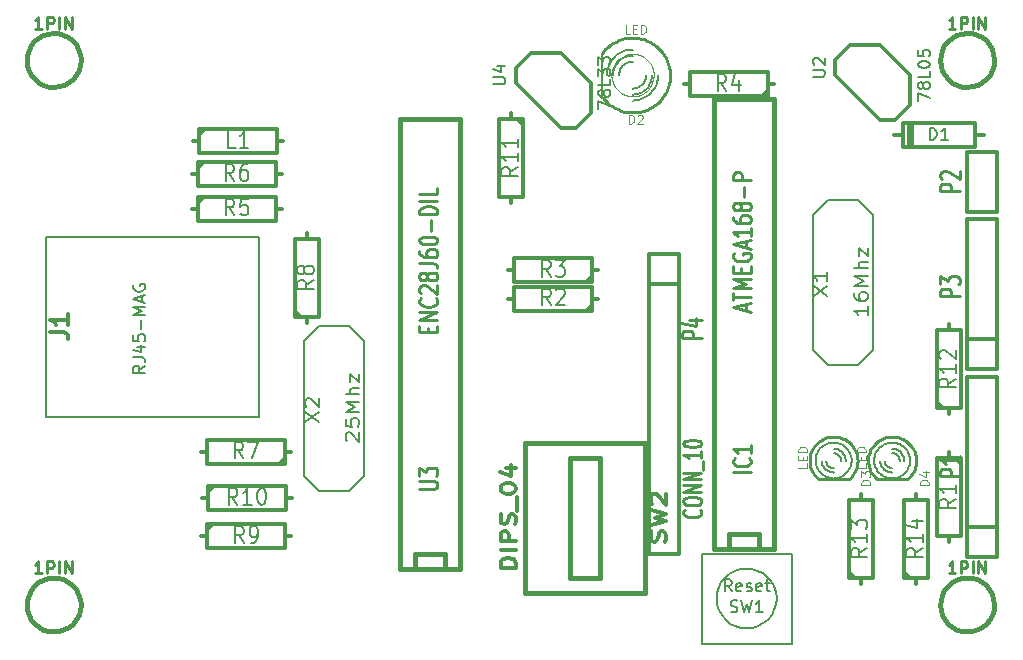
<source format=gto>
G04 (created by PCBNEW-RS274X (2011-12-21 BZR 3253)-stable) date Saturday, February 11, 2012 02:53:21 PM*
G01*
G70*
G90*
%MOIN*%
G04 Gerber Fmt 3.4, Leading zero omitted, Abs format*
%FSLAX34Y34*%
G04 APERTURE LIST*
%ADD10C,0.006000*%
%ADD11C,0.012000*%
%ADD12C,0.015000*%
%ADD13C,0.010000*%
%ADD14C,0.008000*%
%ADD15C,0.003000*%
%ADD16C,0.005000*%
%ADD17C,0.011300*%
%ADD18C,0.003500*%
%ADD19C,0.010700*%
G04 APERTURE END LIST*
G54D10*
G54D11*
X70000Y-31900D02*
X70300Y-31900D01*
X70300Y-31900D02*
X70300Y-32300D01*
X70300Y-32300D02*
X72700Y-32300D01*
X72700Y-32300D02*
X72700Y-31900D01*
X72700Y-31900D02*
X73000Y-31900D01*
X72700Y-31900D02*
X72700Y-31500D01*
X72700Y-31500D02*
X70300Y-31500D01*
X70300Y-31500D02*
X70300Y-31900D01*
X70500Y-32300D02*
X70500Y-31500D01*
X70600Y-31500D02*
X70600Y-32300D01*
G54D12*
X64000Y-45700D02*
X64000Y-30700D01*
X64000Y-30700D02*
X66000Y-30700D01*
X66000Y-30700D02*
X66000Y-45700D01*
X66000Y-45700D02*
X64000Y-45700D01*
X64500Y-45700D02*
X64500Y-45200D01*
X64500Y-45200D02*
X65500Y-45200D01*
X65500Y-45200D02*
X65500Y-45700D01*
X53550Y-46350D02*
X53550Y-31350D01*
X53550Y-31350D02*
X55550Y-31350D01*
X55550Y-31350D02*
X55550Y-46350D01*
X55550Y-46350D02*
X53550Y-46350D01*
X54050Y-46350D02*
X54050Y-45850D01*
X54050Y-45850D02*
X55050Y-45850D01*
X55050Y-45850D02*
X55050Y-46350D01*
G54D10*
X67800Y-39550D02*
X67300Y-39050D01*
X67300Y-34550D02*
X67800Y-34050D01*
X68800Y-34050D02*
X69300Y-34550D01*
X68800Y-39550D02*
X69300Y-39050D01*
X67300Y-39050D02*
X67300Y-34550D01*
X67800Y-39550D02*
X68800Y-39550D01*
X69300Y-39050D02*
X69300Y-34550D01*
X68800Y-34050D02*
X67800Y-34050D01*
X50850Y-43750D02*
X50350Y-43250D01*
X50350Y-38750D02*
X50850Y-38250D01*
X51850Y-38250D02*
X52350Y-38750D01*
X51850Y-43750D02*
X52350Y-43250D01*
X50350Y-43250D02*
X50350Y-38750D01*
X50850Y-43750D02*
X51850Y-43750D01*
X52350Y-43250D02*
X52350Y-38750D01*
X51850Y-38250D02*
X50850Y-38250D01*
G54D13*
X69450Y-43370D02*
X70450Y-43370D01*
G54D10*
X70334Y-42290D02*
X70292Y-42258D01*
X70248Y-42230D01*
X70201Y-42206D01*
X70153Y-42186D01*
X70103Y-42170D01*
X70052Y-42159D01*
X70000Y-42153D01*
X69950Y-42150D01*
X69950Y-42151D02*
X69898Y-42154D01*
X69846Y-42161D01*
X69795Y-42172D01*
X69746Y-42188D01*
X69697Y-42208D01*
X69651Y-42232D01*
X69607Y-42260D01*
X69565Y-42292D01*
X69553Y-42303D01*
X69950Y-43349D02*
X70002Y-43346D01*
X70054Y-43339D01*
X70105Y-43328D01*
X70154Y-43312D01*
X70203Y-43292D01*
X70249Y-43268D01*
X70293Y-43240D01*
X70335Y-43208D01*
X70339Y-43204D01*
X69566Y-43210D02*
X69608Y-43242D01*
X69652Y-43270D01*
X69699Y-43294D01*
X69747Y-43314D01*
X69797Y-43330D01*
X69848Y-43341D01*
X69900Y-43347D01*
X69950Y-43350D01*
X70299Y-43237D02*
X70340Y-43205D01*
X70378Y-43169D01*
X70413Y-43130D01*
X70445Y-43088D01*
X70472Y-43044D01*
X70496Y-42997D01*
X70515Y-42949D01*
X70531Y-42899D01*
X70541Y-42847D01*
X70548Y-42796D01*
X70550Y-42750D01*
X70550Y-42750D02*
X70547Y-42698D01*
X70540Y-42646D01*
X70529Y-42595D01*
X70513Y-42545D01*
X70493Y-42497D01*
X70469Y-42451D01*
X70441Y-42406D01*
X70409Y-42365D01*
X70374Y-42326D01*
X70335Y-42291D01*
X70310Y-42271D01*
X69351Y-42750D02*
X69354Y-42802D01*
X69361Y-42854D01*
X69372Y-42905D01*
X69388Y-42954D01*
X69408Y-43003D01*
X69432Y-43049D01*
X69460Y-43093D01*
X69492Y-43135D01*
X69527Y-43173D01*
X69565Y-43208D01*
X69583Y-43222D01*
X69582Y-42277D02*
X69542Y-42311D01*
X69505Y-42348D01*
X69472Y-42389D01*
X69442Y-42432D01*
X69416Y-42477D01*
X69395Y-42525D01*
X69377Y-42574D01*
X69364Y-42625D01*
X69355Y-42676D01*
X69351Y-42729D01*
X69350Y-42750D01*
X70200Y-42750D02*
X70199Y-42729D01*
X70196Y-42707D01*
X70191Y-42686D01*
X70184Y-42665D01*
X70176Y-42645D01*
X70166Y-42626D01*
X70154Y-42607D01*
X70141Y-42590D01*
X70126Y-42574D01*
X70110Y-42559D01*
X70093Y-42546D01*
X70075Y-42534D01*
X70055Y-42524D01*
X70035Y-42516D01*
X70014Y-42509D01*
X69993Y-42504D01*
X69971Y-42501D01*
X69950Y-42500D01*
X70350Y-42750D02*
X70348Y-42716D01*
X70343Y-42681D01*
X70336Y-42647D01*
X70325Y-42614D01*
X70312Y-42581D01*
X70296Y-42551D01*
X70277Y-42521D01*
X70256Y-42493D01*
X70232Y-42468D01*
X70207Y-42444D01*
X70179Y-42423D01*
X70150Y-42404D01*
X70119Y-42388D01*
X70086Y-42375D01*
X70053Y-42364D01*
X70019Y-42357D01*
X69984Y-42352D01*
X69950Y-42350D01*
X69700Y-42750D02*
X69701Y-42771D01*
X69704Y-42793D01*
X69709Y-42814D01*
X69716Y-42835D01*
X69724Y-42855D01*
X69734Y-42874D01*
X69746Y-42893D01*
X69759Y-42910D01*
X69774Y-42926D01*
X69790Y-42941D01*
X69807Y-42954D01*
X69826Y-42966D01*
X69845Y-42976D01*
X69865Y-42984D01*
X69886Y-42991D01*
X69907Y-42996D01*
X69929Y-42999D01*
X69950Y-43000D01*
X69550Y-42750D02*
X69552Y-42784D01*
X69557Y-42819D01*
X69564Y-42853D01*
X69575Y-42886D01*
X69588Y-42919D01*
X69604Y-42949D01*
X69623Y-42979D01*
X69644Y-43007D01*
X69668Y-43032D01*
X69693Y-43056D01*
X69721Y-43077D01*
X69751Y-43096D01*
X69781Y-43112D01*
X69814Y-43125D01*
X69847Y-43136D01*
X69881Y-43143D01*
X69916Y-43148D01*
X69950Y-43150D01*
G54D13*
X70463Y-43363D02*
X70514Y-43316D01*
X70561Y-43265D01*
X70604Y-43210D01*
X70642Y-43151D01*
X70674Y-43089D01*
X70701Y-43024D01*
X70722Y-42958D01*
X70737Y-42890D01*
X70746Y-42821D01*
X70749Y-42751D01*
X70750Y-42750D01*
X70749Y-42750D02*
X70745Y-42681D01*
X70736Y-42612D01*
X70721Y-42544D01*
X70700Y-42477D01*
X70674Y-42413D01*
X70641Y-42351D01*
X70604Y-42292D01*
X70562Y-42237D01*
X70514Y-42186D01*
X70463Y-42138D01*
X70408Y-42096D01*
X70349Y-42059D01*
X70326Y-42046D01*
X69153Y-42751D02*
X69156Y-42820D01*
X69165Y-42889D01*
X69180Y-42957D01*
X69201Y-43024D01*
X69228Y-43088D01*
X69260Y-43150D01*
X69298Y-43208D01*
X69340Y-43264D01*
X69387Y-43315D01*
X69435Y-43359D01*
X69553Y-42056D02*
X69494Y-42094D01*
X69438Y-42136D01*
X69387Y-42183D01*
X69339Y-42234D01*
X69297Y-42289D01*
X69259Y-42348D01*
X69227Y-42410D01*
X69200Y-42474D01*
X69178Y-42541D01*
X69163Y-42609D01*
X69154Y-42678D01*
X69151Y-42748D01*
X69150Y-42750D01*
X70329Y-42046D02*
X70266Y-42016D01*
X70201Y-41991D01*
X70134Y-41972D01*
X70065Y-41959D01*
X69996Y-41952D01*
X69950Y-41950D01*
X69950Y-41951D02*
X69881Y-41955D01*
X69812Y-41964D01*
X69744Y-41979D01*
X69677Y-42000D01*
X69613Y-42026D01*
X69551Y-42059D01*
X69532Y-42070D01*
X67500Y-43370D02*
X68500Y-43370D01*
G54D10*
X68384Y-42290D02*
X68342Y-42258D01*
X68298Y-42230D01*
X68251Y-42206D01*
X68203Y-42186D01*
X68153Y-42170D01*
X68102Y-42159D01*
X68050Y-42153D01*
X68000Y-42150D01*
X68000Y-42151D02*
X67948Y-42154D01*
X67896Y-42161D01*
X67845Y-42172D01*
X67796Y-42188D01*
X67747Y-42208D01*
X67701Y-42232D01*
X67657Y-42260D01*
X67615Y-42292D01*
X67603Y-42303D01*
X68000Y-43349D02*
X68052Y-43346D01*
X68104Y-43339D01*
X68155Y-43328D01*
X68204Y-43312D01*
X68253Y-43292D01*
X68299Y-43268D01*
X68343Y-43240D01*
X68385Y-43208D01*
X68389Y-43204D01*
X67616Y-43210D02*
X67658Y-43242D01*
X67702Y-43270D01*
X67749Y-43294D01*
X67797Y-43314D01*
X67847Y-43330D01*
X67898Y-43341D01*
X67950Y-43347D01*
X68000Y-43350D01*
X68349Y-43237D02*
X68390Y-43205D01*
X68428Y-43169D01*
X68463Y-43130D01*
X68495Y-43088D01*
X68522Y-43044D01*
X68546Y-42997D01*
X68565Y-42949D01*
X68581Y-42899D01*
X68591Y-42847D01*
X68598Y-42796D01*
X68600Y-42750D01*
X68600Y-42750D02*
X68597Y-42698D01*
X68590Y-42646D01*
X68579Y-42595D01*
X68563Y-42545D01*
X68543Y-42497D01*
X68519Y-42451D01*
X68491Y-42406D01*
X68459Y-42365D01*
X68424Y-42326D01*
X68385Y-42291D01*
X68360Y-42271D01*
X67401Y-42750D02*
X67404Y-42802D01*
X67411Y-42854D01*
X67422Y-42905D01*
X67438Y-42954D01*
X67458Y-43003D01*
X67482Y-43049D01*
X67510Y-43093D01*
X67542Y-43135D01*
X67577Y-43173D01*
X67615Y-43208D01*
X67633Y-43222D01*
X67632Y-42277D02*
X67592Y-42311D01*
X67555Y-42348D01*
X67522Y-42389D01*
X67492Y-42432D01*
X67466Y-42477D01*
X67445Y-42525D01*
X67427Y-42574D01*
X67414Y-42625D01*
X67405Y-42676D01*
X67401Y-42729D01*
X67400Y-42750D01*
X68250Y-42750D02*
X68249Y-42729D01*
X68246Y-42707D01*
X68241Y-42686D01*
X68234Y-42665D01*
X68226Y-42645D01*
X68216Y-42626D01*
X68204Y-42607D01*
X68191Y-42590D01*
X68176Y-42574D01*
X68160Y-42559D01*
X68143Y-42546D01*
X68125Y-42534D01*
X68105Y-42524D01*
X68085Y-42516D01*
X68064Y-42509D01*
X68043Y-42504D01*
X68021Y-42501D01*
X68000Y-42500D01*
X68400Y-42750D02*
X68398Y-42716D01*
X68393Y-42681D01*
X68386Y-42647D01*
X68375Y-42614D01*
X68362Y-42581D01*
X68346Y-42551D01*
X68327Y-42521D01*
X68306Y-42493D01*
X68282Y-42468D01*
X68257Y-42444D01*
X68229Y-42423D01*
X68200Y-42404D01*
X68169Y-42388D01*
X68136Y-42375D01*
X68103Y-42364D01*
X68069Y-42357D01*
X68034Y-42352D01*
X68000Y-42350D01*
X67750Y-42750D02*
X67751Y-42771D01*
X67754Y-42793D01*
X67759Y-42814D01*
X67766Y-42835D01*
X67774Y-42855D01*
X67784Y-42874D01*
X67796Y-42893D01*
X67809Y-42910D01*
X67824Y-42926D01*
X67840Y-42941D01*
X67857Y-42954D01*
X67876Y-42966D01*
X67895Y-42976D01*
X67915Y-42984D01*
X67936Y-42991D01*
X67957Y-42996D01*
X67979Y-42999D01*
X68000Y-43000D01*
X67600Y-42750D02*
X67602Y-42784D01*
X67607Y-42819D01*
X67614Y-42853D01*
X67625Y-42886D01*
X67638Y-42919D01*
X67654Y-42949D01*
X67673Y-42979D01*
X67694Y-43007D01*
X67718Y-43032D01*
X67743Y-43056D01*
X67771Y-43077D01*
X67801Y-43096D01*
X67831Y-43112D01*
X67864Y-43125D01*
X67897Y-43136D01*
X67931Y-43143D01*
X67966Y-43148D01*
X68000Y-43150D01*
G54D13*
X68513Y-43363D02*
X68564Y-43316D01*
X68611Y-43265D01*
X68654Y-43210D01*
X68692Y-43151D01*
X68724Y-43089D01*
X68751Y-43024D01*
X68772Y-42958D01*
X68787Y-42890D01*
X68796Y-42821D01*
X68799Y-42751D01*
X68800Y-42750D01*
X68799Y-42750D02*
X68795Y-42681D01*
X68786Y-42612D01*
X68771Y-42544D01*
X68750Y-42477D01*
X68724Y-42413D01*
X68691Y-42351D01*
X68654Y-42292D01*
X68612Y-42237D01*
X68564Y-42186D01*
X68513Y-42138D01*
X68458Y-42096D01*
X68399Y-42059D01*
X68376Y-42046D01*
X67203Y-42751D02*
X67206Y-42820D01*
X67215Y-42889D01*
X67230Y-42957D01*
X67251Y-43024D01*
X67278Y-43088D01*
X67310Y-43150D01*
X67348Y-43208D01*
X67390Y-43264D01*
X67437Y-43315D01*
X67485Y-43359D01*
X67603Y-42056D02*
X67544Y-42094D01*
X67488Y-42136D01*
X67437Y-42183D01*
X67389Y-42234D01*
X67347Y-42289D01*
X67309Y-42348D01*
X67277Y-42410D01*
X67250Y-42474D01*
X67228Y-42541D01*
X67213Y-42609D01*
X67204Y-42678D01*
X67201Y-42748D01*
X67200Y-42750D01*
X68379Y-42046D02*
X68316Y-42016D01*
X68251Y-41991D01*
X68184Y-41972D01*
X68115Y-41959D01*
X68046Y-41952D01*
X68000Y-41950D01*
X68000Y-41951D02*
X67931Y-41955D01*
X67862Y-41964D01*
X67794Y-41979D01*
X67727Y-42000D01*
X67663Y-42026D01*
X67601Y-42059D01*
X67582Y-42070D01*
G54D14*
X60280Y-29150D02*
X60280Y-30650D01*
G54D15*
X62007Y-29900D02*
X61993Y-30037D01*
X61953Y-30169D01*
X61888Y-30291D01*
X61801Y-30398D01*
X61695Y-30486D01*
X61573Y-30551D01*
X61442Y-30592D01*
X61304Y-30606D01*
X61168Y-30594D01*
X61036Y-30555D01*
X60913Y-30491D01*
X60806Y-30405D01*
X60717Y-30299D01*
X60651Y-30178D01*
X60609Y-30046D01*
X60594Y-29909D01*
X60605Y-29773D01*
X60643Y-29640D01*
X60706Y-29518D01*
X60792Y-29409D01*
X60897Y-29320D01*
X61017Y-29253D01*
X61149Y-29210D01*
X61286Y-29194D01*
X61422Y-29204D01*
X61555Y-29241D01*
X61678Y-29304D01*
X61787Y-29389D01*
X61877Y-29493D01*
X61945Y-29613D01*
X61989Y-29744D01*
X62006Y-29881D01*
X62007Y-29900D01*
G54D13*
X60301Y-30650D02*
X60370Y-30734D01*
X60446Y-30812D01*
X60529Y-30883D01*
X60618Y-30947D01*
X60712Y-31002D01*
X60810Y-31049D01*
X60912Y-31088D01*
X61017Y-31117D01*
X61124Y-31137D01*
X61233Y-31148D01*
X61341Y-31149D01*
X61450Y-31140D01*
X61557Y-31123D01*
X61663Y-31096D01*
X61766Y-31059D01*
X61865Y-31014D01*
X61960Y-30961D01*
X62050Y-30899D01*
X62134Y-30830D01*
X62212Y-30754D01*
X62283Y-30671D01*
X62347Y-30582D01*
X62402Y-30488D01*
X62449Y-30390D01*
X62488Y-30288D01*
X62517Y-30183D01*
X62537Y-30076D01*
X62548Y-29967D01*
X62549Y-29859D01*
X62540Y-29750D01*
X62523Y-29643D01*
X62496Y-29537D01*
X62459Y-29434D01*
X62414Y-29335D01*
X62361Y-29240D01*
X62299Y-29150D01*
X62230Y-29066D01*
X62154Y-28988D01*
X62071Y-28917D01*
X61982Y-28853D01*
X61888Y-28798D01*
X61790Y-28751D01*
X61688Y-28712D01*
X61583Y-28683D01*
X61476Y-28663D01*
X61367Y-28652D01*
X61259Y-28651D01*
X61150Y-28660D01*
X61043Y-28677D01*
X60937Y-28704D01*
X60834Y-28741D01*
X60735Y-28786D01*
X60640Y-28839D01*
X60550Y-28901D01*
X60466Y-28970D01*
X60388Y-29046D01*
X60317Y-29129D01*
X60301Y-29150D01*
G54D10*
X61300Y-30350D02*
X61339Y-30348D01*
X61378Y-30343D01*
X61416Y-30334D01*
X61453Y-30322D01*
X61490Y-30307D01*
X61525Y-30289D01*
X61558Y-30268D01*
X61589Y-30244D01*
X61618Y-30218D01*
X61644Y-30189D01*
X61668Y-30158D01*
X61689Y-30124D01*
X61707Y-30090D01*
X61722Y-30053D01*
X61734Y-30016D01*
X61743Y-29978D01*
X61748Y-29939D01*
X61750Y-29900D01*
X61300Y-29450D02*
X61261Y-29452D01*
X61222Y-29457D01*
X61184Y-29466D01*
X61147Y-29478D01*
X61110Y-29493D01*
X61076Y-29511D01*
X61042Y-29532D01*
X61011Y-29556D01*
X60982Y-29582D01*
X60956Y-29611D01*
X60932Y-29642D01*
X60911Y-29676D01*
X60893Y-29710D01*
X60878Y-29747D01*
X60866Y-29784D01*
X60857Y-29822D01*
X60852Y-29861D01*
X60850Y-29900D01*
X61300Y-30550D02*
X61356Y-30547D01*
X61412Y-30540D01*
X61468Y-30527D01*
X61522Y-30510D01*
X61574Y-30489D01*
X61625Y-30462D01*
X61672Y-30432D01*
X61717Y-30397D01*
X61759Y-30359D01*
X61797Y-30317D01*
X61832Y-30272D01*
X61862Y-30224D01*
X61889Y-30174D01*
X61910Y-30122D01*
X61927Y-30068D01*
X61940Y-30012D01*
X61947Y-29956D01*
X61950Y-29900D01*
X61300Y-29250D02*
X61244Y-29253D01*
X61188Y-29260D01*
X61132Y-29273D01*
X61078Y-29290D01*
X61026Y-29311D01*
X60976Y-29338D01*
X60928Y-29368D01*
X60883Y-29403D01*
X60841Y-29441D01*
X60803Y-29483D01*
X60768Y-29528D01*
X60738Y-29576D01*
X60711Y-29626D01*
X60690Y-29678D01*
X60673Y-29732D01*
X60660Y-29788D01*
X60653Y-29844D01*
X60650Y-29900D01*
X61300Y-30750D02*
X61374Y-30746D01*
X61447Y-30737D01*
X61519Y-30721D01*
X61590Y-30698D01*
X61659Y-30670D01*
X61725Y-30636D01*
X61787Y-30596D01*
X61846Y-30551D01*
X61901Y-30501D01*
X61951Y-30446D01*
X61996Y-30387D01*
X62036Y-30324D01*
X62070Y-30259D01*
X62098Y-30190D01*
X62121Y-30119D01*
X62137Y-30047D01*
X62146Y-29974D01*
X62150Y-29900D01*
X61300Y-29050D02*
X61226Y-29054D01*
X61153Y-29063D01*
X61081Y-29079D01*
X61010Y-29102D01*
X60941Y-29130D01*
X60876Y-29164D01*
X60813Y-29204D01*
X60754Y-29249D01*
X60699Y-29299D01*
X60649Y-29354D01*
X60604Y-29413D01*
X60564Y-29476D01*
X60530Y-29541D01*
X60502Y-29610D01*
X60479Y-29681D01*
X60463Y-29753D01*
X60454Y-29826D01*
X60450Y-29900D01*
G54D11*
X57400Y-30150D02*
X58900Y-31650D01*
X58900Y-31650D02*
X59400Y-31650D01*
X59400Y-31650D02*
X59900Y-31150D01*
X59900Y-31150D02*
X59900Y-30150D01*
X59900Y-30150D02*
X58900Y-29150D01*
X58900Y-29150D02*
X57900Y-29150D01*
X57900Y-29150D02*
X57400Y-29650D01*
X57400Y-29650D02*
X57400Y-30150D01*
X68050Y-29900D02*
X69550Y-31400D01*
X69550Y-31400D02*
X70050Y-31400D01*
X70050Y-31400D02*
X70550Y-30900D01*
X70550Y-30900D02*
X70550Y-29900D01*
X70550Y-29900D02*
X69550Y-28900D01*
X69550Y-28900D02*
X68550Y-28900D01*
X68550Y-28900D02*
X68050Y-29400D01*
X68050Y-29400D02*
X68050Y-29900D01*
X71850Y-41200D02*
X71850Y-41000D01*
X71850Y-38200D02*
X71850Y-38400D01*
X71850Y-38400D02*
X71450Y-38400D01*
X71450Y-38400D02*
X71450Y-41000D01*
X71450Y-41000D02*
X72250Y-41000D01*
X72250Y-41000D02*
X72250Y-38400D01*
X72250Y-38400D02*
X71850Y-38400D01*
X71650Y-41000D02*
X71450Y-40800D01*
X57250Y-31150D02*
X57250Y-31350D01*
X57250Y-34150D02*
X57250Y-33950D01*
X57250Y-33950D02*
X57650Y-33950D01*
X57650Y-33950D02*
X57650Y-31350D01*
X57650Y-31350D02*
X56850Y-31350D01*
X56850Y-31350D02*
X56850Y-33950D01*
X56850Y-33950D02*
X57250Y-33950D01*
X57450Y-31350D02*
X57650Y-31550D01*
X68900Y-46850D02*
X68900Y-46650D01*
X68900Y-43850D02*
X68900Y-44050D01*
X68900Y-44050D02*
X68500Y-44050D01*
X68500Y-44050D02*
X68500Y-46650D01*
X68500Y-46650D02*
X69300Y-46650D01*
X69300Y-46650D02*
X69300Y-44050D01*
X69300Y-44050D02*
X68900Y-44050D01*
X68700Y-46650D02*
X68500Y-46450D01*
X46925Y-45275D02*
X47125Y-45275D01*
X49925Y-45275D02*
X49725Y-45275D01*
X49725Y-45275D02*
X49725Y-44875D01*
X49725Y-44875D02*
X47125Y-44875D01*
X47125Y-44875D02*
X47125Y-45675D01*
X47125Y-45675D02*
X49725Y-45675D01*
X49725Y-45675D02*
X49725Y-45275D01*
X47125Y-45075D02*
X47325Y-44875D01*
X50450Y-38150D02*
X50450Y-37950D01*
X50450Y-35150D02*
X50450Y-35350D01*
X50450Y-35350D02*
X50050Y-35350D01*
X50050Y-35350D02*
X50050Y-37950D01*
X50050Y-37950D02*
X50850Y-37950D01*
X50850Y-37950D02*
X50850Y-35350D01*
X50850Y-35350D02*
X50450Y-35350D01*
X50250Y-37950D02*
X50050Y-37750D01*
X70750Y-46850D02*
X70750Y-46650D01*
X70750Y-43850D02*
X70750Y-44050D01*
X70750Y-44050D02*
X70350Y-44050D01*
X70350Y-44050D02*
X70350Y-46650D01*
X70350Y-46650D02*
X71150Y-46650D01*
X71150Y-46650D02*
X71150Y-44050D01*
X71150Y-44050D02*
X70750Y-44050D01*
X70550Y-46650D02*
X70350Y-46450D01*
X46600Y-33200D02*
X46800Y-33200D01*
X49600Y-33200D02*
X49400Y-33200D01*
X49400Y-33200D02*
X49400Y-32800D01*
X49400Y-32800D02*
X46800Y-32800D01*
X46800Y-32800D02*
X46800Y-33600D01*
X46800Y-33600D02*
X49400Y-33600D01*
X49400Y-33600D02*
X49400Y-33200D01*
X46800Y-33000D02*
X47000Y-32800D01*
X46600Y-34350D02*
X46800Y-34350D01*
X49600Y-34350D02*
X49400Y-34350D01*
X49400Y-34350D02*
X49400Y-33950D01*
X49400Y-33950D02*
X46800Y-33950D01*
X46800Y-33950D02*
X46800Y-34750D01*
X46800Y-34750D02*
X49400Y-34750D01*
X49400Y-34750D02*
X49400Y-34350D01*
X46800Y-34150D02*
X47000Y-33950D01*
X66000Y-30200D02*
X65800Y-30200D01*
X63000Y-30200D02*
X63200Y-30200D01*
X63200Y-30200D02*
X63200Y-30600D01*
X63200Y-30600D02*
X65800Y-30600D01*
X65800Y-30600D02*
X65800Y-29800D01*
X65800Y-29800D02*
X63200Y-29800D01*
X63200Y-29800D02*
X63200Y-30200D01*
X65800Y-30400D02*
X65600Y-30600D01*
X60150Y-36400D02*
X59950Y-36400D01*
X57150Y-36400D02*
X57350Y-36400D01*
X57350Y-36400D02*
X57350Y-36800D01*
X57350Y-36800D02*
X59950Y-36800D01*
X59950Y-36800D02*
X59950Y-36000D01*
X59950Y-36000D02*
X57350Y-36000D01*
X57350Y-36000D02*
X57350Y-36400D01*
X59950Y-36600D02*
X59750Y-36800D01*
X60150Y-37350D02*
X59950Y-37350D01*
X57150Y-37350D02*
X57350Y-37350D01*
X57350Y-37350D02*
X57350Y-37750D01*
X57350Y-37750D02*
X59950Y-37750D01*
X59950Y-37750D02*
X59950Y-36950D01*
X59950Y-36950D02*
X57350Y-36950D01*
X57350Y-36950D02*
X57350Y-37350D01*
X59950Y-37550D02*
X59750Y-37750D01*
X71850Y-42450D02*
X71850Y-42650D01*
X71850Y-45450D02*
X71850Y-45250D01*
X71850Y-45250D02*
X72250Y-45250D01*
X72250Y-45250D02*
X72250Y-42650D01*
X72250Y-42650D02*
X71450Y-42650D01*
X71450Y-42650D02*
X71450Y-45250D01*
X71450Y-45250D02*
X71850Y-45250D01*
X72050Y-42650D02*
X72250Y-42850D01*
X49900Y-42450D02*
X49700Y-42450D01*
X46900Y-42450D02*
X47100Y-42450D01*
X47100Y-42450D02*
X47100Y-42850D01*
X47100Y-42850D02*
X49700Y-42850D01*
X49700Y-42850D02*
X49700Y-42050D01*
X49700Y-42050D02*
X47100Y-42050D01*
X47100Y-42050D02*
X47100Y-42450D01*
X49700Y-42650D02*
X49500Y-42850D01*
X46950Y-44000D02*
X47150Y-44000D01*
X49950Y-44000D02*
X49750Y-44000D01*
X49750Y-44000D02*
X49750Y-43600D01*
X49750Y-43600D02*
X47150Y-43600D01*
X47150Y-43600D02*
X47150Y-44400D01*
X47150Y-44400D02*
X49750Y-44400D01*
X49750Y-44400D02*
X49750Y-44000D01*
X47150Y-43800D02*
X47350Y-43600D01*
X46650Y-32100D02*
X46850Y-32100D01*
X49650Y-32100D02*
X49450Y-32100D01*
X49450Y-32100D02*
X49450Y-31700D01*
X49450Y-31700D02*
X46850Y-31700D01*
X46850Y-31700D02*
X46850Y-32500D01*
X46850Y-32500D02*
X49450Y-32500D01*
X49450Y-32500D02*
X49450Y-32100D01*
X46850Y-31900D02*
X47050Y-31700D01*
X61850Y-35850D02*
X62850Y-35850D01*
X62850Y-35850D02*
X62850Y-45850D01*
X62850Y-45850D02*
X61850Y-45850D01*
X61850Y-45850D02*
X61850Y-35850D01*
X61850Y-36850D02*
X62850Y-36850D01*
X73450Y-34450D02*
X72450Y-34450D01*
X72450Y-34450D02*
X72450Y-32450D01*
X72450Y-32450D02*
X73450Y-32450D01*
X73450Y-32450D02*
X73450Y-34450D01*
X73450Y-39700D02*
X72450Y-39700D01*
X72450Y-39700D02*
X72450Y-34700D01*
X72450Y-34700D02*
X73450Y-34700D01*
X73450Y-34700D02*
X73450Y-39700D01*
X73450Y-38700D02*
X72450Y-38700D01*
X73450Y-45950D02*
X72450Y-45950D01*
X72450Y-45950D02*
X72450Y-39950D01*
X72450Y-39950D02*
X73450Y-39950D01*
X73450Y-39950D02*
X73450Y-45950D01*
X73450Y-44950D02*
X72450Y-44950D01*
G54D12*
X59200Y-42650D02*
X60200Y-42650D01*
X60200Y-42650D02*
X60200Y-46650D01*
X60200Y-46650D02*
X59200Y-46650D01*
X59200Y-46650D02*
X59200Y-42650D01*
X61700Y-47150D02*
X57700Y-47150D01*
X57700Y-47150D02*
X57700Y-42150D01*
X57700Y-42150D02*
X61700Y-42150D01*
X61700Y-42150D02*
X61700Y-47150D01*
X73350Y-29400D02*
X73332Y-29574D01*
X73282Y-29742D01*
X73199Y-29898D01*
X73088Y-30034D01*
X72953Y-30146D01*
X72798Y-30229D01*
X72630Y-30281D01*
X72456Y-30299D01*
X72282Y-30284D01*
X72113Y-30234D01*
X71958Y-30153D01*
X71821Y-30043D01*
X71708Y-29908D01*
X71623Y-29754D01*
X71570Y-29587D01*
X71551Y-29412D01*
X71565Y-29238D01*
X71614Y-29069D01*
X71694Y-28913D01*
X71803Y-28775D01*
X71937Y-28661D01*
X72090Y-28576D01*
X72257Y-28521D01*
X72432Y-28501D01*
X72606Y-28514D01*
X72775Y-28561D01*
X72932Y-28641D01*
X73070Y-28749D01*
X73185Y-28882D01*
X73272Y-29034D01*
X73327Y-29201D01*
X73349Y-29375D01*
X73350Y-29400D01*
X73350Y-47550D02*
X73332Y-47724D01*
X73282Y-47892D01*
X73199Y-48048D01*
X73088Y-48184D01*
X72953Y-48296D01*
X72798Y-48379D01*
X72630Y-48431D01*
X72456Y-48449D01*
X72282Y-48434D01*
X72113Y-48384D01*
X71958Y-48303D01*
X71821Y-48193D01*
X71708Y-48058D01*
X71623Y-47904D01*
X71570Y-47737D01*
X71551Y-47562D01*
X71565Y-47388D01*
X71614Y-47219D01*
X71694Y-47063D01*
X71803Y-46925D01*
X71937Y-46811D01*
X72090Y-46726D01*
X72257Y-46671D01*
X72432Y-46651D01*
X72606Y-46664D01*
X72775Y-46711D01*
X72932Y-46791D01*
X73070Y-46899D01*
X73185Y-47032D01*
X73272Y-47184D01*
X73327Y-47351D01*
X73349Y-47525D01*
X73350Y-47550D01*
X42900Y-47550D02*
X42882Y-47724D01*
X42832Y-47892D01*
X42749Y-48048D01*
X42638Y-48184D01*
X42503Y-48296D01*
X42348Y-48379D01*
X42180Y-48431D01*
X42006Y-48449D01*
X41832Y-48434D01*
X41663Y-48384D01*
X41508Y-48303D01*
X41371Y-48193D01*
X41258Y-48058D01*
X41173Y-47904D01*
X41120Y-47737D01*
X41101Y-47562D01*
X41115Y-47388D01*
X41164Y-47219D01*
X41244Y-47063D01*
X41353Y-46925D01*
X41487Y-46811D01*
X41640Y-46726D01*
X41807Y-46671D01*
X41982Y-46651D01*
X42156Y-46664D01*
X42325Y-46711D01*
X42482Y-46791D01*
X42620Y-46899D01*
X42735Y-47032D01*
X42822Y-47184D01*
X42877Y-47351D01*
X42899Y-47525D01*
X42900Y-47550D01*
X42900Y-29400D02*
X42882Y-29574D01*
X42832Y-29742D01*
X42749Y-29898D01*
X42638Y-30034D01*
X42503Y-30146D01*
X42348Y-30229D01*
X42180Y-30281D01*
X42006Y-30299D01*
X41832Y-30284D01*
X41663Y-30234D01*
X41508Y-30153D01*
X41371Y-30043D01*
X41258Y-29908D01*
X41173Y-29754D01*
X41120Y-29587D01*
X41101Y-29412D01*
X41115Y-29238D01*
X41164Y-29069D01*
X41244Y-28913D01*
X41353Y-28775D01*
X41487Y-28661D01*
X41640Y-28576D01*
X41807Y-28521D01*
X41982Y-28501D01*
X42156Y-28514D01*
X42325Y-28561D01*
X42482Y-28641D01*
X42620Y-28749D01*
X42735Y-28882D01*
X42822Y-29034D01*
X42877Y-29201D01*
X42899Y-29375D01*
X42900Y-29400D01*
G54D16*
X66100Y-47350D02*
X66080Y-47544D01*
X66024Y-47731D01*
X65932Y-47903D01*
X65809Y-48054D01*
X65659Y-48179D01*
X65487Y-48271D01*
X65301Y-48329D01*
X65106Y-48349D01*
X64913Y-48332D01*
X64726Y-48277D01*
X64553Y-48186D01*
X64401Y-48064D01*
X64275Y-47914D01*
X64181Y-47743D01*
X64122Y-47557D01*
X64101Y-47363D01*
X64117Y-47170D01*
X64171Y-46982D01*
X64260Y-46809D01*
X64381Y-46656D01*
X64530Y-46529D01*
X64700Y-46434D01*
X64886Y-46374D01*
X65080Y-46351D01*
X65273Y-46366D01*
X65461Y-46418D01*
X65635Y-46506D01*
X65789Y-46626D01*
X65917Y-46774D01*
X66013Y-46944D01*
X66075Y-47129D01*
X66099Y-47323D01*
X66100Y-47350D01*
X66600Y-48850D02*
X63600Y-48850D01*
X63600Y-48850D02*
X63600Y-45850D01*
X63600Y-45850D02*
X66600Y-45850D01*
X66600Y-48850D02*
X66600Y-45850D01*
X41750Y-35300D02*
X41750Y-41300D01*
X41750Y-41300D02*
X48850Y-41300D01*
X48850Y-41300D02*
X48850Y-35300D01*
X48850Y-35300D02*
X41750Y-35300D01*
G54D14*
X71205Y-32062D02*
X71205Y-31662D01*
X71300Y-31662D01*
X71358Y-31681D01*
X71396Y-31719D01*
X71415Y-31757D01*
X71434Y-31833D01*
X71434Y-31890D01*
X71415Y-31967D01*
X71396Y-32005D01*
X71358Y-32043D01*
X71300Y-32062D01*
X71205Y-32062D01*
X71815Y-32062D02*
X71586Y-32062D01*
X71700Y-32062D02*
X71700Y-31662D01*
X71662Y-31719D01*
X71624Y-31757D01*
X71586Y-31776D01*
G54D17*
X65243Y-43139D02*
X64643Y-43139D01*
X65186Y-42668D02*
X65214Y-42689D01*
X65243Y-42753D01*
X65243Y-42796D01*
X65214Y-42861D01*
X65157Y-42903D01*
X65100Y-42925D01*
X64986Y-42946D01*
X64900Y-42946D01*
X64786Y-42925D01*
X64729Y-42903D01*
X64671Y-42861D01*
X64643Y-42796D01*
X64643Y-42753D01*
X64671Y-42689D01*
X64700Y-42668D01*
X65243Y-42239D02*
X65243Y-42496D01*
X65243Y-42368D02*
X64643Y-42368D01*
X64729Y-42411D01*
X64786Y-42453D01*
X64814Y-42496D01*
X65071Y-37754D02*
X65071Y-37540D01*
X65243Y-37797D02*
X64643Y-37647D01*
X65243Y-37497D01*
X64643Y-37411D02*
X64643Y-37154D01*
X65243Y-37283D02*
X64643Y-37283D01*
X65243Y-37004D02*
X64643Y-37004D01*
X65071Y-36854D01*
X64643Y-36704D01*
X65243Y-36704D01*
X64929Y-36490D02*
X64929Y-36340D01*
X65243Y-36276D02*
X65243Y-36490D01*
X64643Y-36490D01*
X64643Y-36276D01*
X64671Y-35847D02*
X64643Y-35890D01*
X64643Y-35954D01*
X64671Y-36019D01*
X64729Y-36061D01*
X64786Y-36083D01*
X64900Y-36104D01*
X64986Y-36104D01*
X65100Y-36083D01*
X65157Y-36061D01*
X65214Y-36019D01*
X65243Y-35954D01*
X65243Y-35911D01*
X65214Y-35847D01*
X65186Y-35826D01*
X64986Y-35826D01*
X64986Y-35911D01*
X65071Y-35654D02*
X65071Y-35440D01*
X65243Y-35697D02*
X64643Y-35547D01*
X65243Y-35397D01*
X65243Y-35011D02*
X65243Y-35268D01*
X65243Y-35140D02*
X64643Y-35140D01*
X64729Y-35183D01*
X64786Y-35225D01*
X64814Y-35268D01*
X64643Y-34625D02*
X64643Y-34711D01*
X64671Y-34754D01*
X64700Y-34775D01*
X64786Y-34818D01*
X64900Y-34839D01*
X65129Y-34839D01*
X65186Y-34818D01*
X65214Y-34796D01*
X65243Y-34754D01*
X65243Y-34668D01*
X65214Y-34625D01*
X65186Y-34604D01*
X65129Y-34582D01*
X64986Y-34582D01*
X64929Y-34604D01*
X64900Y-34625D01*
X64871Y-34668D01*
X64871Y-34754D01*
X64900Y-34796D01*
X64929Y-34818D01*
X64986Y-34839D01*
X64900Y-34325D02*
X64871Y-34367D01*
X64843Y-34389D01*
X64786Y-34410D01*
X64757Y-34410D01*
X64700Y-34389D01*
X64671Y-34367D01*
X64643Y-34325D01*
X64643Y-34239D01*
X64671Y-34196D01*
X64700Y-34175D01*
X64757Y-34153D01*
X64786Y-34153D01*
X64843Y-34175D01*
X64871Y-34196D01*
X64900Y-34239D01*
X64900Y-34325D01*
X64929Y-34367D01*
X64957Y-34389D01*
X65014Y-34410D01*
X65129Y-34410D01*
X65186Y-34389D01*
X65214Y-34367D01*
X65243Y-34325D01*
X65243Y-34239D01*
X65214Y-34196D01*
X65186Y-34175D01*
X65129Y-34153D01*
X65014Y-34153D01*
X64957Y-34175D01*
X64929Y-34196D01*
X64900Y-34239D01*
X65014Y-33960D02*
X65014Y-33617D01*
X65243Y-33403D02*
X64643Y-33403D01*
X64643Y-33231D01*
X64671Y-33189D01*
X64700Y-33167D01*
X64757Y-33146D01*
X64843Y-33146D01*
X64900Y-33167D01*
X64929Y-33189D01*
X64957Y-33231D01*
X64957Y-33403D01*
X54193Y-43693D02*
X54679Y-43693D01*
X54736Y-43671D01*
X54764Y-43650D01*
X54793Y-43607D01*
X54793Y-43521D01*
X54764Y-43479D01*
X54736Y-43457D01*
X54679Y-43436D01*
X54193Y-43436D01*
X54193Y-43265D02*
X54193Y-42986D01*
X54421Y-43136D01*
X54421Y-43072D01*
X54450Y-43029D01*
X54479Y-43008D01*
X54536Y-42986D01*
X54679Y-42986D01*
X54736Y-43008D01*
X54764Y-43029D01*
X54793Y-43072D01*
X54793Y-43200D01*
X54764Y-43243D01*
X54736Y-43265D01*
X54479Y-38479D02*
X54479Y-38329D01*
X54793Y-38265D02*
X54793Y-38479D01*
X54193Y-38479D01*
X54193Y-38265D01*
X54793Y-38072D02*
X54193Y-38072D01*
X54793Y-37815D01*
X54193Y-37815D01*
X54736Y-37344D02*
X54764Y-37365D01*
X54793Y-37429D01*
X54793Y-37472D01*
X54764Y-37537D01*
X54707Y-37579D01*
X54650Y-37601D01*
X54536Y-37622D01*
X54450Y-37622D01*
X54336Y-37601D01*
X54279Y-37579D01*
X54221Y-37537D01*
X54193Y-37472D01*
X54193Y-37429D01*
X54221Y-37365D01*
X54250Y-37344D01*
X54250Y-37172D02*
X54221Y-37151D01*
X54193Y-37108D01*
X54193Y-37001D01*
X54221Y-36958D01*
X54250Y-36937D01*
X54307Y-36915D01*
X54364Y-36915D01*
X54450Y-36937D01*
X54793Y-37194D01*
X54793Y-36915D01*
X54450Y-36658D02*
X54421Y-36700D01*
X54393Y-36722D01*
X54336Y-36743D01*
X54307Y-36743D01*
X54250Y-36722D01*
X54221Y-36700D01*
X54193Y-36658D01*
X54193Y-36572D01*
X54221Y-36529D01*
X54250Y-36508D01*
X54307Y-36486D01*
X54336Y-36486D01*
X54393Y-36508D01*
X54421Y-36529D01*
X54450Y-36572D01*
X54450Y-36658D01*
X54479Y-36700D01*
X54507Y-36722D01*
X54564Y-36743D01*
X54679Y-36743D01*
X54736Y-36722D01*
X54764Y-36700D01*
X54793Y-36658D01*
X54793Y-36572D01*
X54764Y-36529D01*
X54736Y-36508D01*
X54679Y-36486D01*
X54564Y-36486D01*
X54507Y-36508D01*
X54479Y-36529D01*
X54450Y-36572D01*
X54193Y-36164D02*
X54621Y-36164D01*
X54707Y-36186D01*
X54764Y-36229D01*
X54793Y-36293D01*
X54793Y-36336D01*
X54193Y-35757D02*
X54193Y-35843D01*
X54221Y-35886D01*
X54250Y-35907D01*
X54336Y-35950D01*
X54450Y-35971D01*
X54679Y-35971D01*
X54736Y-35950D01*
X54764Y-35928D01*
X54793Y-35886D01*
X54793Y-35800D01*
X54764Y-35757D01*
X54736Y-35736D01*
X54679Y-35714D01*
X54536Y-35714D01*
X54479Y-35736D01*
X54450Y-35757D01*
X54421Y-35800D01*
X54421Y-35886D01*
X54450Y-35928D01*
X54479Y-35950D01*
X54536Y-35971D01*
X54193Y-35435D02*
X54193Y-35392D01*
X54221Y-35349D01*
X54250Y-35328D01*
X54307Y-35307D01*
X54421Y-35285D01*
X54564Y-35285D01*
X54679Y-35307D01*
X54736Y-35328D01*
X54764Y-35349D01*
X54793Y-35392D01*
X54793Y-35435D01*
X54764Y-35478D01*
X54736Y-35499D01*
X54679Y-35521D01*
X54564Y-35542D01*
X54421Y-35542D01*
X54307Y-35521D01*
X54250Y-35499D01*
X54221Y-35478D01*
X54193Y-35435D01*
X54564Y-35092D02*
X54564Y-34749D01*
X54793Y-34535D02*
X54193Y-34535D01*
X54193Y-34428D01*
X54221Y-34363D01*
X54279Y-34321D01*
X54336Y-34299D01*
X54450Y-34278D01*
X54536Y-34278D01*
X54650Y-34299D01*
X54707Y-34321D01*
X54764Y-34363D01*
X54793Y-34428D01*
X54793Y-34535D01*
X54793Y-34085D02*
X54193Y-34085D01*
X54793Y-33657D02*
X54793Y-33871D01*
X54193Y-33871D01*
G54D10*
X67332Y-37255D02*
X67782Y-36921D01*
X67332Y-36921D02*
X67782Y-37255D01*
X67782Y-36469D02*
X67782Y-36755D01*
X67782Y-36612D02*
X67332Y-36612D01*
X67396Y-36660D01*
X67439Y-36707D01*
X67461Y-36755D01*
X69132Y-37609D02*
X69132Y-37895D01*
X69132Y-37752D02*
X68682Y-37752D01*
X68746Y-37800D01*
X68789Y-37847D01*
X68811Y-37895D01*
X68682Y-37181D02*
X68682Y-37276D01*
X68704Y-37324D01*
X68725Y-37347D01*
X68789Y-37395D01*
X68875Y-37419D01*
X69046Y-37419D01*
X69089Y-37395D01*
X69111Y-37371D01*
X69132Y-37324D01*
X69132Y-37228D01*
X69111Y-37181D01*
X69089Y-37157D01*
X69046Y-37133D01*
X68939Y-37133D01*
X68896Y-37157D01*
X68875Y-37181D01*
X68854Y-37228D01*
X68854Y-37324D01*
X68875Y-37371D01*
X68896Y-37395D01*
X68939Y-37419D01*
X69132Y-36919D02*
X68682Y-36919D01*
X69004Y-36752D01*
X68682Y-36586D01*
X69132Y-36586D01*
X69132Y-36348D02*
X68682Y-36348D01*
X69132Y-36134D02*
X68896Y-36134D01*
X68854Y-36157D01*
X68832Y-36205D01*
X68832Y-36277D01*
X68854Y-36324D01*
X68875Y-36348D01*
X68832Y-35944D02*
X68832Y-35682D01*
X69132Y-35944D01*
X69132Y-35682D01*
X50382Y-41455D02*
X50832Y-41121D01*
X50382Y-41121D02*
X50832Y-41455D01*
X50425Y-40955D02*
X50404Y-40931D01*
X50382Y-40883D01*
X50382Y-40764D01*
X50404Y-40717D01*
X50425Y-40693D01*
X50468Y-40669D01*
X50511Y-40669D01*
X50575Y-40693D01*
X50832Y-40979D01*
X50832Y-40669D01*
X51775Y-42095D02*
X51754Y-42071D01*
X51732Y-42023D01*
X51732Y-41904D01*
X51754Y-41857D01*
X51775Y-41833D01*
X51818Y-41809D01*
X51861Y-41809D01*
X51925Y-41833D01*
X52182Y-42119D01*
X52182Y-41809D01*
X51732Y-41357D02*
X51732Y-41595D01*
X51946Y-41619D01*
X51925Y-41595D01*
X51904Y-41547D01*
X51904Y-41428D01*
X51925Y-41381D01*
X51946Y-41357D01*
X51989Y-41333D01*
X52096Y-41333D01*
X52139Y-41357D01*
X52161Y-41381D01*
X52182Y-41428D01*
X52182Y-41547D01*
X52161Y-41595D01*
X52139Y-41619D01*
X52182Y-41119D02*
X51732Y-41119D01*
X52054Y-40952D01*
X51732Y-40786D01*
X52182Y-40786D01*
X52182Y-40548D02*
X51732Y-40548D01*
X52182Y-40334D02*
X51946Y-40334D01*
X51904Y-40357D01*
X51882Y-40405D01*
X51882Y-40477D01*
X51904Y-40524D01*
X51925Y-40548D01*
X51882Y-40144D02*
X51882Y-39882D01*
X52182Y-40144D01*
X52182Y-39882D01*
G54D18*
X71171Y-43572D02*
X70871Y-43572D01*
X70871Y-43500D01*
X70886Y-43457D01*
X70914Y-43429D01*
X70943Y-43414D01*
X71000Y-43400D01*
X71043Y-43400D01*
X71100Y-43414D01*
X71129Y-43429D01*
X71157Y-43457D01*
X71171Y-43500D01*
X71171Y-43572D01*
X70971Y-43143D02*
X71171Y-43143D01*
X70857Y-43214D02*
X71071Y-43286D01*
X71071Y-43100D01*
X69071Y-42843D02*
X69071Y-42986D01*
X68771Y-42986D01*
X68914Y-42743D02*
X68914Y-42643D01*
X69071Y-42600D02*
X69071Y-42743D01*
X68771Y-42743D01*
X68771Y-42600D01*
X69071Y-42472D02*
X68771Y-42472D01*
X68771Y-42400D01*
X68786Y-42357D01*
X68814Y-42329D01*
X68843Y-42314D01*
X68900Y-42300D01*
X68943Y-42300D01*
X69000Y-42314D01*
X69029Y-42329D01*
X69057Y-42357D01*
X69071Y-42400D01*
X69071Y-42472D01*
X69221Y-43572D02*
X68921Y-43572D01*
X68921Y-43500D01*
X68936Y-43457D01*
X68964Y-43429D01*
X68993Y-43414D01*
X69050Y-43400D01*
X69093Y-43400D01*
X69150Y-43414D01*
X69179Y-43429D01*
X69207Y-43457D01*
X69221Y-43500D01*
X69221Y-43572D01*
X68921Y-43300D02*
X68921Y-43114D01*
X69036Y-43214D01*
X69036Y-43172D01*
X69050Y-43143D01*
X69064Y-43129D01*
X69093Y-43114D01*
X69164Y-43114D01*
X69193Y-43129D01*
X69207Y-43143D01*
X69221Y-43172D01*
X69221Y-43257D01*
X69207Y-43286D01*
X69193Y-43300D01*
X67121Y-42843D02*
X67121Y-42986D01*
X66821Y-42986D01*
X66964Y-42743D02*
X66964Y-42643D01*
X67121Y-42600D02*
X67121Y-42743D01*
X66821Y-42743D01*
X66821Y-42600D01*
X67121Y-42472D02*
X66821Y-42472D01*
X66821Y-42400D01*
X66836Y-42357D01*
X66864Y-42329D01*
X66893Y-42314D01*
X66950Y-42300D01*
X66993Y-42300D01*
X67050Y-42314D01*
X67079Y-42329D01*
X67107Y-42357D01*
X67121Y-42400D01*
X67121Y-42472D01*
X61178Y-31521D02*
X61178Y-31221D01*
X61250Y-31221D01*
X61293Y-31236D01*
X61321Y-31264D01*
X61336Y-31293D01*
X61350Y-31350D01*
X61350Y-31393D01*
X61336Y-31450D01*
X61321Y-31479D01*
X61293Y-31507D01*
X61250Y-31521D01*
X61178Y-31521D01*
X61464Y-31250D02*
X61478Y-31236D01*
X61507Y-31221D01*
X61578Y-31221D01*
X61607Y-31236D01*
X61621Y-31250D01*
X61636Y-31279D01*
X61636Y-31307D01*
X61621Y-31350D01*
X61450Y-31521D01*
X61636Y-31521D01*
X61207Y-28521D02*
X61064Y-28521D01*
X61064Y-28221D01*
X61307Y-28364D02*
X61407Y-28364D01*
X61450Y-28521D02*
X61307Y-28521D01*
X61307Y-28221D01*
X61450Y-28221D01*
X61578Y-28521D02*
X61578Y-28221D01*
X61650Y-28221D01*
X61693Y-28236D01*
X61721Y-28264D01*
X61736Y-28293D01*
X61750Y-28350D01*
X61750Y-28393D01*
X61736Y-28450D01*
X61721Y-28479D01*
X61693Y-28507D01*
X61650Y-28521D01*
X61578Y-28521D01*
G54D14*
X56662Y-30205D02*
X56986Y-30205D01*
X57024Y-30186D01*
X57043Y-30167D01*
X57062Y-30129D01*
X57062Y-30052D01*
X57043Y-30014D01*
X57024Y-29995D01*
X56986Y-29976D01*
X56662Y-29976D01*
X56795Y-29614D02*
X57062Y-29614D01*
X56643Y-29710D02*
X56929Y-29805D01*
X56929Y-29557D01*
X60162Y-31017D02*
X60162Y-30750D01*
X60562Y-30922D01*
X60333Y-30541D02*
X60314Y-30579D01*
X60295Y-30598D01*
X60257Y-30617D01*
X60238Y-30617D01*
X60200Y-30598D01*
X60181Y-30579D01*
X60162Y-30541D01*
X60162Y-30464D01*
X60181Y-30426D01*
X60200Y-30407D01*
X60238Y-30388D01*
X60257Y-30388D01*
X60295Y-30407D01*
X60314Y-30426D01*
X60333Y-30464D01*
X60333Y-30541D01*
X60352Y-30579D01*
X60371Y-30598D01*
X60410Y-30617D01*
X60486Y-30617D01*
X60524Y-30598D01*
X60543Y-30579D01*
X60562Y-30541D01*
X60562Y-30464D01*
X60543Y-30426D01*
X60524Y-30407D01*
X60486Y-30388D01*
X60410Y-30388D01*
X60371Y-30407D01*
X60352Y-30426D01*
X60333Y-30464D01*
X60562Y-30026D02*
X60562Y-30217D01*
X60162Y-30217D01*
X60162Y-29931D02*
X60162Y-29683D01*
X60314Y-29817D01*
X60314Y-29759D01*
X60333Y-29721D01*
X60352Y-29702D01*
X60390Y-29683D01*
X60486Y-29683D01*
X60524Y-29702D01*
X60543Y-29721D01*
X60562Y-29759D01*
X60562Y-29874D01*
X60543Y-29912D01*
X60524Y-29931D01*
X60162Y-29550D02*
X60162Y-29302D01*
X60314Y-29436D01*
X60314Y-29378D01*
X60333Y-29340D01*
X60352Y-29321D01*
X60390Y-29302D01*
X60486Y-29302D01*
X60524Y-29321D01*
X60543Y-29340D01*
X60562Y-29378D01*
X60562Y-29493D01*
X60543Y-29531D01*
X60524Y-29550D01*
X67312Y-29955D02*
X67636Y-29955D01*
X67674Y-29936D01*
X67693Y-29917D01*
X67712Y-29879D01*
X67712Y-29802D01*
X67693Y-29764D01*
X67674Y-29745D01*
X67636Y-29726D01*
X67312Y-29726D01*
X67350Y-29555D02*
X67331Y-29536D01*
X67312Y-29498D01*
X67312Y-29402D01*
X67331Y-29364D01*
X67350Y-29345D01*
X67388Y-29326D01*
X67426Y-29326D01*
X67483Y-29345D01*
X67712Y-29574D01*
X67712Y-29326D01*
X70812Y-30767D02*
X70812Y-30500D01*
X71212Y-30672D01*
X70983Y-30291D02*
X70964Y-30329D01*
X70945Y-30348D01*
X70907Y-30367D01*
X70888Y-30367D01*
X70850Y-30348D01*
X70831Y-30329D01*
X70812Y-30291D01*
X70812Y-30214D01*
X70831Y-30176D01*
X70850Y-30157D01*
X70888Y-30138D01*
X70907Y-30138D01*
X70945Y-30157D01*
X70964Y-30176D01*
X70983Y-30214D01*
X70983Y-30291D01*
X71002Y-30329D01*
X71021Y-30348D01*
X71060Y-30367D01*
X71136Y-30367D01*
X71174Y-30348D01*
X71193Y-30329D01*
X71212Y-30291D01*
X71212Y-30214D01*
X71193Y-30176D01*
X71174Y-30157D01*
X71136Y-30138D01*
X71060Y-30138D01*
X71021Y-30157D01*
X71002Y-30176D01*
X70983Y-30214D01*
X71212Y-29776D02*
X71212Y-29967D01*
X70812Y-29967D01*
X70812Y-29567D02*
X70812Y-29528D01*
X70831Y-29490D01*
X70850Y-29471D01*
X70888Y-29452D01*
X70964Y-29433D01*
X71060Y-29433D01*
X71136Y-29452D01*
X71174Y-29471D01*
X71193Y-29490D01*
X71212Y-29528D01*
X71212Y-29567D01*
X71193Y-29605D01*
X71174Y-29624D01*
X71136Y-29643D01*
X71060Y-29662D01*
X70964Y-29662D01*
X70888Y-29643D01*
X70850Y-29624D01*
X70831Y-29605D01*
X70812Y-29567D01*
X70812Y-29071D02*
X70812Y-29262D01*
X71002Y-29281D01*
X70983Y-29262D01*
X70964Y-29224D01*
X70964Y-29128D01*
X70983Y-29090D01*
X71002Y-29071D01*
X71040Y-29052D01*
X71136Y-29052D01*
X71174Y-29071D01*
X71193Y-29090D01*
X71212Y-29128D01*
X71212Y-29224D01*
X71193Y-29262D01*
X71174Y-29281D01*
X72073Y-40021D02*
X71811Y-40188D01*
X72073Y-40307D02*
X71523Y-40307D01*
X71523Y-40116D01*
X71549Y-40069D01*
X71575Y-40045D01*
X71627Y-40021D01*
X71706Y-40021D01*
X71758Y-40045D01*
X71785Y-40069D01*
X71811Y-40116D01*
X71811Y-40307D01*
X72073Y-39545D02*
X72073Y-39831D01*
X72073Y-39688D02*
X71523Y-39688D01*
X71601Y-39736D01*
X71654Y-39783D01*
X71680Y-39831D01*
X71575Y-39355D02*
X71549Y-39331D01*
X71523Y-39283D01*
X71523Y-39164D01*
X71549Y-39117D01*
X71575Y-39093D01*
X71627Y-39069D01*
X71680Y-39069D01*
X71758Y-39093D01*
X72073Y-39379D01*
X72073Y-39069D01*
X57473Y-32971D02*
X57211Y-33138D01*
X57473Y-33257D02*
X56923Y-33257D01*
X56923Y-33066D01*
X56949Y-33019D01*
X56975Y-32995D01*
X57027Y-32971D01*
X57106Y-32971D01*
X57158Y-32995D01*
X57185Y-33019D01*
X57211Y-33066D01*
X57211Y-33257D01*
X57473Y-32495D02*
X57473Y-32781D01*
X57473Y-32638D02*
X56923Y-32638D01*
X57001Y-32686D01*
X57054Y-32733D01*
X57080Y-32781D01*
X57473Y-32019D02*
X57473Y-32305D01*
X57473Y-32162D02*
X56923Y-32162D01*
X57001Y-32210D01*
X57054Y-32257D01*
X57080Y-32305D01*
X69123Y-45671D02*
X68861Y-45838D01*
X69123Y-45957D02*
X68573Y-45957D01*
X68573Y-45766D01*
X68599Y-45719D01*
X68625Y-45695D01*
X68677Y-45671D01*
X68756Y-45671D01*
X68808Y-45695D01*
X68835Y-45719D01*
X68861Y-45766D01*
X68861Y-45957D01*
X69123Y-45195D02*
X69123Y-45481D01*
X69123Y-45338D02*
X68573Y-45338D01*
X68651Y-45386D01*
X68704Y-45433D01*
X68730Y-45481D01*
X68573Y-45029D02*
X68573Y-44719D01*
X68782Y-44886D01*
X68782Y-44814D01*
X68808Y-44767D01*
X68835Y-44743D01*
X68887Y-44719D01*
X69018Y-44719D01*
X69070Y-44743D01*
X69096Y-44767D01*
X69123Y-44814D01*
X69123Y-44957D01*
X69096Y-45005D01*
X69070Y-45029D01*
X48342Y-45498D02*
X48175Y-45236D01*
X48056Y-45498D02*
X48056Y-44948D01*
X48247Y-44948D01*
X48294Y-44974D01*
X48318Y-45000D01*
X48342Y-45052D01*
X48342Y-45131D01*
X48318Y-45183D01*
X48294Y-45210D01*
X48247Y-45236D01*
X48056Y-45236D01*
X48580Y-45498D02*
X48675Y-45498D01*
X48723Y-45471D01*
X48747Y-45445D01*
X48794Y-45367D01*
X48818Y-45262D01*
X48818Y-45052D01*
X48794Y-45000D01*
X48770Y-44974D01*
X48723Y-44948D01*
X48627Y-44948D01*
X48580Y-44974D01*
X48556Y-45000D01*
X48532Y-45052D01*
X48532Y-45183D01*
X48556Y-45236D01*
X48580Y-45262D01*
X48627Y-45288D01*
X48723Y-45288D01*
X48770Y-45262D01*
X48794Y-45236D01*
X48818Y-45183D01*
X50673Y-36733D02*
X50411Y-36900D01*
X50673Y-37019D02*
X50123Y-37019D01*
X50123Y-36828D01*
X50149Y-36781D01*
X50175Y-36757D01*
X50227Y-36733D01*
X50306Y-36733D01*
X50358Y-36757D01*
X50385Y-36781D01*
X50411Y-36828D01*
X50411Y-37019D01*
X50358Y-36448D02*
X50332Y-36495D01*
X50306Y-36519D01*
X50254Y-36543D01*
X50227Y-36543D01*
X50175Y-36519D01*
X50149Y-36495D01*
X50123Y-36448D01*
X50123Y-36352D01*
X50149Y-36305D01*
X50175Y-36281D01*
X50227Y-36257D01*
X50254Y-36257D01*
X50306Y-36281D01*
X50332Y-36305D01*
X50358Y-36352D01*
X50358Y-36448D01*
X50385Y-36495D01*
X50411Y-36519D01*
X50463Y-36543D01*
X50568Y-36543D01*
X50620Y-36519D01*
X50646Y-36495D01*
X50673Y-36448D01*
X50673Y-36352D01*
X50646Y-36305D01*
X50620Y-36281D01*
X50568Y-36257D01*
X50463Y-36257D01*
X50411Y-36281D01*
X50385Y-36305D01*
X50358Y-36352D01*
X70973Y-45671D02*
X70711Y-45838D01*
X70973Y-45957D02*
X70423Y-45957D01*
X70423Y-45766D01*
X70449Y-45719D01*
X70475Y-45695D01*
X70527Y-45671D01*
X70606Y-45671D01*
X70658Y-45695D01*
X70685Y-45719D01*
X70711Y-45766D01*
X70711Y-45957D01*
X70973Y-45195D02*
X70973Y-45481D01*
X70973Y-45338D02*
X70423Y-45338D01*
X70501Y-45386D01*
X70554Y-45433D01*
X70580Y-45481D01*
X70606Y-44767D02*
X70973Y-44767D01*
X70396Y-44886D02*
X70789Y-45005D01*
X70789Y-44695D01*
X48017Y-33423D02*
X47850Y-33161D01*
X47731Y-33423D02*
X47731Y-32873D01*
X47922Y-32873D01*
X47969Y-32899D01*
X47993Y-32925D01*
X48017Y-32977D01*
X48017Y-33056D01*
X47993Y-33108D01*
X47969Y-33135D01*
X47922Y-33161D01*
X47731Y-33161D01*
X48445Y-32873D02*
X48350Y-32873D01*
X48302Y-32899D01*
X48279Y-32925D01*
X48231Y-33004D01*
X48207Y-33108D01*
X48207Y-33318D01*
X48231Y-33370D01*
X48255Y-33396D01*
X48302Y-33423D01*
X48398Y-33423D01*
X48445Y-33396D01*
X48469Y-33370D01*
X48493Y-33318D01*
X48493Y-33187D01*
X48469Y-33135D01*
X48445Y-33108D01*
X48398Y-33082D01*
X48302Y-33082D01*
X48255Y-33108D01*
X48231Y-33135D01*
X48207Y-33187D01*
X48017Y-34573D02*
X47850Y-34311D01*
X47731Y-34573D02*
X47731Y-34023D01*
X47922Y-34023D01*
X47969Y-34049D01*
X47993Y-34075D01*
X48017Y-34127D01*
X48017Y-34206D01*
X47993Y-34258D01*
X47969Y-34285D01*
X47922Y-34311D01*
X47731Y-34311D01*
X48469Y-34023D02*
X48231Y-34023D01*
X48207Y-34285D01*
X48231Y-34258D01*
X48279Y-34232D01*
X48398Y-34232D01*
X48445Y-34258D01*
X48469Y-34285D01*
X48493Y-34337D01*
X48493Y-34468D01*
X48469Y-34520D01*
X48445Y-34546D01*
X48398Y-34573D01*
X48279Y-34573D01*
X48231Y-34546D01*
X48207Y-34520D01*
X64417Y-30423D02*
X64250Y-30161D01*
X64131Y-30423D02*
X64131Y-29873D01*
X64322Y-29873D01*
X64369Y-29899D01*
X64393Y-29925D01*
X64417Y-29977D01*
X64417Y-30056D01*
X64393Y-30108D01*
X64369Y-30135D01*
X64322Y-30161D01*
X64131Y-30161D01*
X64845Y-30056D02*
X64845Y-30423D01*
X64726Y-29846D02*
X64607Y-30239D01*
X64917Y-30239D01*
X58567Y-36623D02*
X58400Y-36361D01*
X58281Y-36623D02*
X58281Y-36073D01*
X58472Y-36073D01*
X58519Y-36099D01*
X58543Y-36125D01*
X58567Y-36177D01*
X58567Y-36256D01*
X58543Y-36308D01*
X58519Y-36335D01*
X58472Y-36361D01*
X58281Y-36361D01*
X58733Y-36073D02*
X59043Y-36073D01*
X58876Y-36282D01*
X58948Y-36282D01*
X58995Y-36308D01*
X59019Y-36335D01*
X59043Y-36387D01*
X59043Y-36518D01*
X59019Y-36570D01*
X58995Y-36596D01*
X58948Y-36623D01*
X58805Y-36623D01*
X58757Y-36596D01*
X58733Y-36570D01*
X58567Y-37573D02*
X58400Y-37311D01*
X58281Y-37573D02*
X58281Y-37023D01*
X58472Y-37023D01*
X58519Y-37049D01*
X58543Y-37075D01*
X58567Y-37127D01*
X58567Y-37206D01*
X58543Y-37258D01*
X58519Y-37285D01*
X58472Y-37311D01*
X58281Y-37311D01*
X58757Y-37075D02*
X58781Y-37049D01*
X58829Y-37023D01*
X58948Y-37023D01*
X58995Y-37049D01*
X59019Y-37075D01*
X59043Y-37127D01*
X59043Y-37180D01*
X59019Y-37258D01*
X58733Y-37573D01*
X59043Y-37573D01*
X72073Y-44033D02*
X71811Y-44200D01*
X72073Y-44319D02*
X71523Y-44319D01*
X71523Y-44128D01*
X71549Y-44081D01*
X71575Y-44057D01*
X71627Y-44033D01*
X71706Y-44033D01*
X71758Y-44057D01*
X71785Y-44081D01*
X71811Y-44128D01*
X71811Y-44319D01*
X72073Y-43557D02*
X72073Y-43843D01*
X72073Y-43700D02*
X71523Y-43700D01*
X71601Y-43748D01*
X71654Y-43795D01*
X71680Y-43843D01*
X48317Y-42673D02*
X48150Y-42411D01*
X48031Y-42673D02*
X48031Y-42123D01*
X48222Y-42123D01*
X48269Y-42149D01*
X48293Y-42175D01*
X48317Y-42227D01*
X48317Y-42306D01*
X48293Y-42358D01*
X48269Y-42385D01*
X48222Y-42411D01*
X48031Y-42411D01*
X48483Y-42123D02*
X48817Y-42123D01*
X48602Y-42673D01*
X48129Y-44223D02*
X47962Y-43961D01*
X47843Y-44223D02*
X47843Y-43673D01*
X48034Y-43673D01*
X48081Y-43699D01*
X48105Y-43725D01*
X48129Y-43777D01*
X48129Y-43856D01*
X48105Y-43908D01*
X48081Y-43935D01*
X48034Y-43961D01*
X47843Y-43961D01*
X48605Y-44223D02*
X48319Y-44223D01*
X48462Y-44223D02*
X48462Y-43673D01*
X48414Y-43751D01*
X48367Y-43804D01*
X48319Y-43830D01*
X48914Y-43673D02*
X48962Y-43673D01*
X49010Y-43699D01*
X49033Y-43725D01*
X49057Y-43777D01*
X49081Y-43882D01*
X49081Y-44013D01*
X49057Y-44118D01*
X49033Y-44170D01*
X49010Y-44196D01*
X48962Y-44223D01*
X48914Y-44223D01*
X48867Y-44196D01*
X48843Y-44170D01*
X48819Y-44118D01*
X48795Y-44013D01*
X48795Y-43882D01*
X48819Y-43777D01*
X48843Y-43725D01*
X48867Y-43699D01*
X48914Y-43673D01*
X48067Y-32323D02*
X47829Y-32323D01*
X47829Y-31773D01*
X48496Y-32323D02*
X48210Y-32323D01*
X48353Y-32323D02*
X48353Y-31773D01*
X48305Y-31851D01*
X48258Y-31904D01*
X48210Y-31930D01*
G54D19*
X63625Y-38666D02*
X62944Y-38666D01*
X62944Y-38503D01*
X62977Y-38462D01*
X63009Y-38442D01*
X63074Y-38422D01*
X63171Y-38422D01*
X63236Y-38442D01*
X63268Y-38462D01*
X63301Y-38503D01*
X63301Y-38666D01*
X63171Y-38055D02*
X63625Y-38055D01*
X62912Y-38157D02*
X63398Y-38258D01*
X63398Y-37994D01*
G54D13*
X63536Y-44388D02*
X63564Y-44407D01*
X63593Y-44464D01*
X63593Y-44502D01*
X63564Y-44560D01*
X63507Y-44598D01*
X63450Y-44617D01*
X63336Y-44636D01*
X63250Y-44636D01*
X63136Y-44617D01*
X63079Y-44598D01*
X63021Y-44560D01*
X62993Y-44502D01*
X62993Y-44464D01*
X63021Y-44407D01*
X63050Y-44388D01*
X62993Y-44141D02*
X62993Y-44064D01*
X63021Y-44026D01*
X63079Y-43988D01*
X63193Y-43969D01*
X63393Y-43969D01*
X63507Y-43988D01*
X63564Y-44026D01*
X63593Y-44064D01*
X63593Y-44141D01*
X63564Y-44179D01*
X63507Y-44217D01*
X63393Y-44236D01*
X63193Y-44236D01*
X63079Y-44217D01*
X63021Y-44179D01*
X62993Y-44141D01*
X63593Y-43798D02*
X62993Y-43798D01*
X63593Y-43569D01*
X62993Y-43569D01*
X63593Y-43379D02*
X62993Y-43379D01*
X63593Y-43150D01*
X62993Y-43150D01*
X63650Y-43055D02*
X63650Y-42750D01*
X63593Y-42445D02*
X63593Y-42674D01*
X63593Y-42560D02*
X62993Y-42560D01*
X63079Y-42598D01*
X63136Y-42636D01*
X63164Y-42674D01*
X62993Y-42198D02*
X62993Y-42159D01*
X63021Y-42121D01*
X63050Y-42102D01*
X63107Y-42083D01*
X63221Y-42064D01*
X63364Y-42064D01*
X63479Y-42083D01*
X63536Y-42102D01*
X63564Y-42121D01*
X63593Y-42159D01*
X63593Y-42198D01*
X63564Y-42236D01*
X63536Y-42255D01*
X63479Y-42274D01*
X63364Y-42293D01*
X63221Y-42293D01*
X63107Y-42274D01*
X63050Y-42255D01*
X63021Y-42236D01*
X62993Y-42198D01*
G54D19*
X72225Y-33766D02*
X71544Y-33766D01*
X71544Y-33603D01*
X71577Y-33562D01*
X71609Y-33542D01*
X71674Y-33522D01*
X71771Y-33522D01*
X71836Y-33542D01*
X71868Y-33562D01*
X71901Y-33603D01*
X71901Y-33766D01*
X71609Y-33358D02*
X71577Y-33338D01*
X71544Y-33297D01*
X71544Y-33195D01*
X71577Y-33155D01*
X71609Y-33134D01*
X71674Y-33114D01*
X71739Y-33114D01*
X71836Y-33134D01*
X72225Y-33379D01*
X72225Y-33114D01*
X72225Y-37266D02*
X71544Y-37266D01*
X71544Y-37103D01*
X71577Y-37062D01*
X71609Y-37042D01*
X71674Y-37022D01*
X71771Y-37022D01*
X71836Y-37042D01*
X71868Y-37062D01*
X71901Y-37103D01*
X71901Y-37266D01*
X71544Y-36879D02*
X71544Y-36614D01*
X71804Y-36757D01*
X71804Y-36695D01*
X71836Y-36655D01*
X71868Y-36634D01*
X71933Y-36614D01*
X72095Y-36614D01*
X72160Y-36634D01*
X72193Y-36655D01*
X72225Y-36695D01*
X72225Y-36818D01*
X72193Y-36858D01*
X72160Y-36879D01*
X72225Y-43266D02*
X71544Y-43266D01*
X71544Y-43103D01*
X71577Y-43062D01*
X71609Y-43042D01*
X71674Y-43022D01*
X71771Y-43022D01*
X71836Y-43042D01*
X71868Y-43062D01*
X71901Y-43103D01*
X71901Y-43266D01*
X72225Y-42614D02*
X72225Y-42858D01*
X72225Y-42736D02*
X71544Y-42736D01*
X71641Y-42777D01*
X71706Y-42818D01*
X71739Y-42858D01*
G54D11*
X62379Y-45450D02*
X62402Y-45364D01*
X62402Y-45221D01*
X62379Y-45164D01*
X62355Y-45135D01*
X62307Y-45107D01*
X62260Y-45107D01*
X62212Y-45135D01*
X62188Y-45164D01*
X62164Y-45221D01*
X62140Y-45335D01*
X62117Y-45393D01*
X62093Y-45421D01*
X62045Y-45450D01*
X61998Y-45450D01*
X61950Y-45421D01*
X61926Y-45393D01*
X61902Y-45335D01*
X61902Y-45193D01*
X61926Y-45107D01*
X61902Y-44907D02*
X62402Y-44764D01*
X62045Y-44650D01*
X62402Y-44536D01*
X61902Y-44393D01*
X61950Y-44193D02*
X61926Y-44164D01*
X61902Y-44107D01*
X61902Y-43964D01*
X61926Y-43907D01*
X61950Y-43878D01*
X61998Y-43850D01*
X62045Y-43850D01*
X62117Y-43878D01*
X62402Y-44221D01*
X62402Y-43850D01*
X57402Y-46335D02*
X56902Y-46335D01*
X56902Y-46192D01*
X56926Y-46107D01*
X56974Y-46049D01*
X57021Y-46021D01*
X57117Y-45992D01*
X57188Y-45992D01*
X57283Y-46021D01*
X57331Y-46049D01*
X57379Y-46107D01*
X57402Y-46192D01*
X57402Y-46335D01*
X57402Y-45735D02*
X56902Y-45735D01*
X57402Y-45449D02*
X56902Y-45449D01*
X56902Y-45221D01*
X56926Y-45163D01*
X56950Y-45135D01*
X56998Y-45106D01*
X57069Y-45106D01*
X57117Y-45135D01*
X57140Y-45163D01*
X57164Y-45221D01*
X57164Y-45449D01*
X57379Y-44878D02*
X57402Y-44792D01*
X57402Y-44649D01*
X57379Y-44592D01*
X57355Y-44563D01*
X57307Y-44535D01*
X57260Y-44535D01*
X57212Y-44563D01*
X57188Y-44592D01*
X57164Y-44649D01*
X57140Y-44763D01*
X57117Y-44821D01*
X57093Y-44849D01*
X57045Y-44878D01*
X56998Y-44878D01*
X56950Y-44849D01*
X56926Y-44821D01*
X56902Y-44763D01*
X56902Y-44621D01*
X56926Y-44535D01*
X57450Y-44421D02*
X57450Y-43964D01*
X56902Y-43707D02*
X56902Y-43650D01*
X56926Y-43593D01*
X56950Y-43564D01*
X56998Y-43535D01*
X57093Y-43507D01*
X57212Y-43507D01*
X57307Y-43535D01*
X57355Y-43564D01*
X57379Y-43593D01*
X57402Y-43650D01*
X57402Y-43707D01*
X57379Y-43764D01*
X57355Y-43793D01*
X57307Y-43821D01*
X57212Y-43850D01*
X57093Y-43850D01*
X56998Y-43821D01*
X56950Y-43793D01*
X56926Y-43764D01*
X56902Y-43707D01*
X57069Y-42993D02*
X57402Y-42993D01*
X56879Y-43136D02*
X57236Y-43279D01*
X57236Y-42907D01*
G54D13*
X72060Y-28362D02*
X71831Y-28362D01*
X71945Y-28362D02*
X71945Y-27962D01*
X71907Y-28019D01*
X71869Y-28057D01*
X71831Y-28076D01*
X72231Y-28362D02*
X72231Y-27962D01*
X72384Y-27962D01*
X72422Y-27981D01*
X72441Y-28000D01*
X72460Y-28038D01*
X72460Y-28095D01*
X72441Y-28133D01*
X72422Y-28152D01*
X72384Y-28171D01*
X72231Y-28171D01*
X72631Y-28362D02*
X72631Y-27962D01*
X72821Y-28362D02*
X72821Y-27962D01*
X73050Y-28362D01*
X73050Y-27962D01*
X72060Y-46512D02*
X71831Y-46512D01*
X71945Y-46512D02*
X71945Y-46112D01*
X71907Y-46169D01*
X71869Y-46207D01*
X71831Y-46226D01*
X72231Y-46512D02*
X72231Y-46112D01*
X72384Y-46112D01*
X72422Y-46131D01*
X72441Y-46150D01*
X72460Y-46188D01*
X72460Y-46245D01*
X72441Y-46283D01*
X72422Y-46302D01*
X72384Y-46321D01*
X72231Y-46321D01*
X72631Y-46512D02*
X72631Y-46112D01*
X72821Y-46512D02*
X72821Y-46112D01*
X73050Y-46512D01*
X73050Y-46112D01*
X41610Y-46512D02*
X41381Y-46512D01*
X41495Y-46512D02*
X41495Y-46112D01*
X41457Y-46169D01*
X41419Y-46207D01*
X41381Y-46226D01*
X41781Y-46512D02*
X41781Y-46112D01*
X41934Y-46112D01*
X41972Y-46131D01*
X41991Y-46150D01*
X42010Y-46188D01*
X42010Y-46245D01*
X41991Y-46283D01*
X41972Y-46302D01*
X41934Y-46321D01*
X41781Y-46321D01*
X42181Y-46512D02*
X42181Y-46112D01*
X42371Y-46512D02*
X42371Y-46112D01*
X42600Y-46512D01*
X42600Y-46112D01*
X41610Y-28362D02*
X41381Y-28362D01*
X41495Y-28362D02*
X41495Y-27962D01*
X41457Y-28019D01*
X41419Y-28057D01*
X41381Y-28076D01*
X41781Y-28362D02*
X41781Y-27962D01*
X41934Y-27962D01*
X41972Y-27981D01*
X41991Y-28000D01*
X42010Y-28038D01*
X42010Y-28095D01*
X41991Y-28133D01*
X41972Y-28152D01*
X41934Y-28171D01*
X41781Y-28171D01*
X42181Y-28362D02*
X42181Y-27962D01*
X42371Y-28362D02*
X42371Y-27962D01*
X42600Y-28362D01*
X42600Y-27962D01*
G54D14*
X64567Y-47793D02*
X64624Y-47812D01*
X64720Y-47812D01*
X64758Y-47793D01*
X64777Y-47774D01*
X64796Y-47736D01*
X64796Y-47698D01*
X64777Y-47660D01*
X64758Y-47640D01*
X64720Y-47621D01*
X64643Y-47602D01*
X64605Y-47583D01*
X64586Y-47564D01*
X64567Y-47526D01*
X64567Y-47488D01*
X64586Y-47450D01*
X64605Y-47431D01*
X64643Y-47412D01*
X64739Y-47412D01*
X64796Y-47431D01*
X64929Y-47412D02*
X65024Y-47812D01*
X65101Y-47526D01*
X65177Y-47812D01*
X65272Y-47412D01*
X65634Y-47812D02*
X65405Y-47812D01*
X65519Y-47812D02*
X65519Y-47412D01*
X65481Y-47469D01*
X65443Y-47507D01*
X65405Y-47526D01*
X64605Y-47112D02*
X64471Y-46921D01*
X64376Y-47112D02*
X64376Y-46712D01*
X64529Y-46712D01*
X64567Y-46731D01*
X64586Y-46750D01*
X64605Y-46788D01*
X64605Y-46845D01*
X64586Y-46883D01*
X64567Y-46902D01*
X64529Y-46921D01*
X64376Y-46921D01*
X64929Y-47093D02*
X64891Y-47112D01*
X64814Y-47112D01*
X64776Y-47093D01*
X64757Y-47055D01*
X64757Y-46902D01*
X64776Y-46864D01*
X64814Y-46845D01*
X64891Y-46845D01*
X64929Y-46864D01*
X64948Y-46902D01*
X64948Y-46940D01*
X64757Y-46979D01*
X65100Y-47093D02*
X65138Y-47112D01*
X65214Y-47112D01*
X65253Y-47093D01*
X65272Y-47055D01*
X65272Y-47036D01*
X65253Y-46998D01*
X65214Y-46979D01*
X65157Y-46979D01*
X65119Y-46960D01*
X65100Y-46921D01*
X65100Y-46902D01*
X65119Y-46864D01*
X65157Y-46845D01*
X65214Y-46845D01*
X65253Y-46864D01*
X65596Y-47093D02*
X65558Y-47112D01*
X65481Y-47112D01*
X65443Y-47093D01*
X65424Y-47055D01*
X65424Y-46902D01*
X65443Y-46864D01*
X65481Y-46845D01*
X65558Y-46845D01*
X65596Y-46864D01*
X65615Y-46902D01*
X65615Y-46940D01*
X65424Y-46979D01*
X65729Y-46845D02*
X65881Y-46845D01*
X65786Y-46712D02*
X65786Y-47055D01*
X65805Y-47093D01*
X65843Y-47112D01*
X65881Y-47112D01*
G54D11*
X41895Y-38480D02*
X42323Y-38480D01*
X42409Y-38508D01*
X42466Y-38565D01*
X42495Y-38651D01*
X42495Y-38708D01*
X42495Y-37880D02*
X42495Y-38223D01*
X42495Y-38051D02*
X41895Y-38051D01*
X41981Y-38108D01*
X42038Y-38166D01*
X42066Y-38223D01*
G54D14*
X45049Y-39594D02*
X44862Y-39725D01*
X45049Y-39819D02*
X44655Y-39819D01*
X44655Y-39669D01*
X44674Y-39632D01*
X44693Y-39613D01*
X44731Y-39594D01*
X44787Y-39594D01*
X44824Y-39613D01*
X44843Y-39632D01*
X44862Y-39669D01*
X44862Y-39819D01*
X44655Y-39313D02*
X44937Y-39313D01*
X44993Y-39331D01*
X45031Y-39369D01*
X45049Y-39425D01*
X45049Y-39463D01*
X44787Y-38956D02*
X45049Y-38956D01*
X44637Y-39050D02*
X44918Y-39144D01*
X44918Y-38900D01*
X44655Y-38563D02*
X44655Y-38750D01*
X44843Y-38769D01*
X44824Y-38750D01*
X44806Y-38713D01*
X44806Y-38619D01*
X44824Y-38581D01*
X44843Y-38563D01*
X44881Y-38544D01*
X44974Y-38544D01*
X45012Y-38563D01*
X45031Y-38581D01*
X45049Y-38619D01*
X45049Y-38713D01*
X45031Y-38750D01*
X45012Y-38769D01*
X44899Y-38375D02*
X44899Y-38075D01*
X45049Y-37887D02*
X44655Y-37887D01*
X44937Y-37756D01*
X44655Y-37625D01*
X45049Y-37625D01*
X44937Y-37456D02*
X44937Y-37268D01*
X45049Y-37493D02*
X44655Y-37362D01*
X45049Y-37231D01*
X44674Y-36893D02*
X44655Y-36930D01*
X44655Y-36987D01*
X44674Y-37043D01*
X44712Y-37080D01*
X44749Y-37099D01*
X44824Y-37118D01*
X44881Y-37118D01*
X44956Y-37099D01*
X44993Y-37080D01*
X45031Y-37043D01*
X45049Y-36987D01*
X45049Y-36949D01*
X45031Y-36893D01*
X45012Y-36874D01*
X44881Y-36874D01*
X44881Y-36949D01*
M02*

</source>
